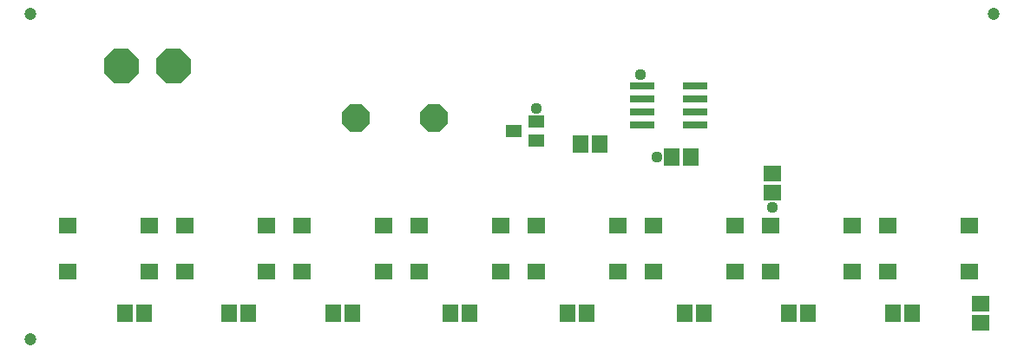
<source format=gts>
G04 EAGLE Gerber RS-274X export*
G75*
%MOMM*%
%FSLAX34Y34*%
%LPD*%
%INTop Solder Mask*%
%IPPOS*%
%AMOC8*
5,1,8,0,0,1.08239X$1,22.5*%
G01*
%ADD10C,1.203200*%
%ADD11P,3.629037X8X292.500000*%
%ADD12R,1.703200X1.503200*%
%ADD13P,2.969212X8X202.500000*%
%ADD14R,1.603200X1.203200*%
%ADD15R,1.503200X1.703200*%
%ADD16R,1.753200X1.503200*%
%ADD17R,2.403200X0.803200*%
%ADD18C,1.117600*%


D10*
X25400Y342900D03*
X25400Y25400D03*
X965200Y342900D03*
D11*
X114300Y292100D03*
X165100Y292100D03*
D12*
X749300Y187300D03*
X749300Y168300D03*
D13*
X419100Y241300D03*
X342900Y241300D03*
D14*
X497000Y228600D03*
X519000Y238100D03*
X519000Y219100D03*
D15*
X581000Y215900D03*
X562000Y215900D03*
D12*
X952500Y41300D03*
X952500Y60300D03*
D15*
X117500Y50800D03*
X136500Y50800D03*
X219100Y50800D03*
X238100Y50800D03*
X320700Y50800D03*
X339700Y50800D03*
X435000Y50800D03*
X454000Y50800D03*
X549300Y50800D03*
X568300Y50800D03*
X663600Y50800D03*
X682600Y50800D03*
X765200Y50800D03*
X784200Y50800D03*
X866800Y50800D03*
X885800Y50800D03*
D16*
X141350Y136800D03*
X61850Y136800D03*
X141350Y91800D03*
X61850Y91800D03*
X255650Y136800D03*
X176150Y136800D03*
X255650Y91800D03*
X176150Y91800D03*
X369950Y136800D03*
X290450Y136800D03*
X369950Y91800D03*
X290450Y91800D03*
X484250Y136800D03*
X404750Y136800D03*
X484250Y91800D03*
X404750Y91800D03*
X598550Y136800D03*
X519050Y136800D03*
X598550Y91800D03*
X519050Y91800D03*
X712850Y136800D03*
X633350Y136800D03*
X712850Y91800D03*
X633350Y91800D03*
X827150Y136800D03*
X747650Y136800D03*
X827150Y91800D03*
X747650Y91800D03*
X941450Y136800D03*
X861950Y136800D03*
X941450Y91800D03*
X861950Y91800D03*
D17*
X621700Y260350D03*
X673700Y260350D03*
X621700Y273050D03*
X621700Y247650D03*
X621700Y234950D03*
X673700Y273050D03*
X673700Y247650D03*
X673700Y234950D03*
D15*
X669900Y203200D03*
X650900Y203200D03*
D18*
X519113Y250825D03*
X636588Y203200D03*
X749300Y153988D03*
X620713Y284163D03*
M02*

</source>
